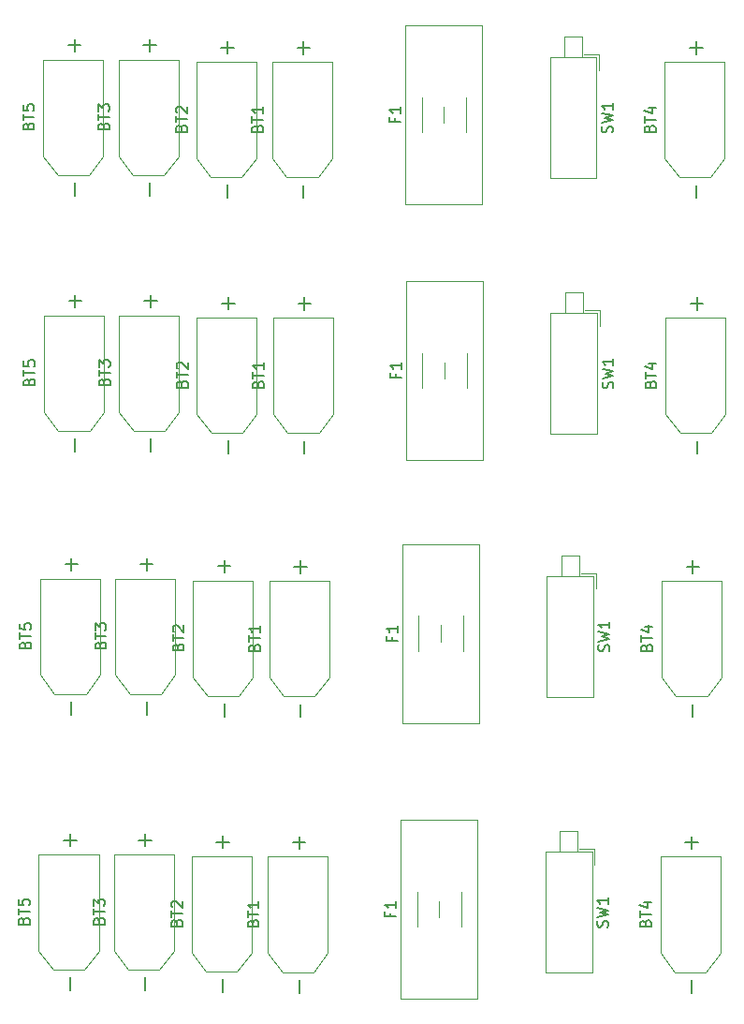
<source format=gbr>
%TF.GenerationSoftware,KiCad,Pcbnew,8.0.6*%
%TF.CreationDate,2024-11-20T17:21:21-05:00*%
%TF.ProjectId,RailsidePDB,5261696c-7369-4646-9550-44422e6b6963,rev?*%
%TF.SameCoordinates,Original*%
%TF.FileFunction,Legend,Top*%
%TF.FilePolarity,Positive*%
%FSLAX46Y46*%
G04 Gerber Fmt 4.6, Leading zero omitted, Abs format (unit mm)*
G04 Created by KiCad (PCBNEW 8.0.6) date 2024-11-20 17:21:21*
%MOMM*%
%LPD*%
G01*
G04 APERTURE LIST*
%ADD10C,0.150000*%
%ADD11C,0.120000*%
G04 APERTURE END LIST*
D10*
X117681009Y-146205714D02*
X117728628Y-146062857D01*
X117728628Y-146062857D02*
X117776247Y-146015238D01*
X117776247Y-146015238D02*
X117871485Y-145967619D01*
X117871485Y-145967619D02*
X118014342Y-145967619D01*
X118014342Y-145967619D02*
X118109580Y-146015238D01*
X118109580Y-146015238D02*
X118157200Y-146062857D01*
X118157200Y-146062857D02*
X118204819Y-146158095D01*
X118204819Y-146158095D02*
X118204819Y-146539047D01*
X118204819Y-146539047D02*
X117204819Y-146539047D01*
X117204819Y-146539047D02*
X117204819Y-146205714D01*
X117204819Y-146205714D02*
X117252438Y-146110476D01*
X117252438Y-146110476D02*
X117300057Y-146062857D01*
X117300057Y-146062857D02*
X117395295Y-146015238D01*
X117395295Y-146015238D02*
X117490533Y-146015238D01*
X117490533Y-146015238D02*
X117585771Y-146062857D01*
X117585771Y-146062857D02*
X117633390Y-146110476D01*
X117633390Y-146110476D02*
X117681009Y-146205714D01*
X117681009Y-146205714D02*
X117681009Y-146539047D01*
X117204819Y-145681904D02*
X117204819Y-145110476D01*
X118204819Y-145396190D02*
X117204819Y-145396190D01*
X117538152Y-144348571D02*
X118204819Y-144348571D01*
X117157200Y-144586666D02*
X117871485Y-144824761D01*
X117871485Y-144824761D02*
X117871485Y-144205714D01*
X121864700Y-139491428D02*
X121864700Y-138348571D01*
X122436128Y-138919999D02*
X121293271Y-138919999D01*
X121864700Y-152491428D02*
X121864700Y-151348571D01*
X75281009Y-146155714D02*
X75328628Y-146012857D01*
X75328628Y-146012857D02*
X75376247Y-145965238D01*
X75376247Y-145965238D02*
X75471485Y-145917619D01*
X75471485Y-145917619D02*
X75614342Y-145917619D01*
X75614342Y-145917619D02*
X75709580Y-145965238D01*
X75709580Y-145965238D02*
X75757200Y-146012857D01*
X75757200Y-146012857D02*
X75804819Y-146108095D01*
X75804819Y-146108095D02*
X75804819Y-146489047D01*
X75804819Y-146489047D02*
X74804819Y-146489047D01*
X74804819Y-146489047D02*
X74804819Y-146155714D01*
X74804819Y-146155714D02*
X74852438Y-146060476D01*
X74852438Y-146060476D02*
X74900057Y-146012857D01*
X74900057Y-146012857D02*
X74995295Y-145965238D01*
X74995295Y-145965238D02*
X75090533Y-145965238D01*
X75090533Y-145965238D02*
X75185771Y-146012857D01*
X75185771Y-146012857D02*
X75233390Y-146060476D01*
X75233390Y-146060476D02*
X75281009Y-146155714D01*
X75281009Y-146155714D02*
X75281009Y-146489047D01*
X74804819Y-145631904D02*
X74804819Y-145060476D01*
X75804819Y-145346190D02*
X74804819Y-145346190D01*
X74900057Y-144774761D02*
X74852438Y-144727142D01*
X74852438Y-144727142D02*
X74804819Y-144631904D01*
X74804819Y-144631904D02*
X74804819Y-144393809D01*
X74804819Y-144393809D02*
X74852438Y-144298571D01*
X74852438Y-144298571D02*
X74900057Y-144250952D01*
X74900057Y-144250952D02*
X74995295Y-144203333D01*
X74995295Y-144203333D02*
X75090533Y-144203333D01*
X75090533Y-144203333D02*
X75233390Y-144250952D01*
X75233390Y-144250952D02*
X75804819Y-144822380D01*
X75804819Y-144822380D02*
X75804819Y-144203333D01*
X79464700Y-139441428D02*
X79464700Y-138298571D01*
X80036128Y-138869999D02*
X78893271Y-138869999D01*
X79464700Y-152441428D02*
X79464700Y-151298571D01*
X94611009Y-145293333D02*
X94611009Y-145626666D01*
X95134819Y-145626666D02*
X94134819Y-145626666D01*
X94134819Y-145626666D02*
X94134819Y-145150476D01*
X95134819Y-144245714D02*
X95134819Y-144817142D01*
X95134819Y-144531428D02*
X94134819Y-144531428D01*
X94134819Y-144531428D02*
X94277676Y-144626666D01*
X94277676Y-144626666D02*
X94372914Y-144721904D01*
X94372914Y-144721904D02*
X94420533Y-144817142D01*
X82181009Y-146205714D02*
X82228628Y-146062857D01*
X82228628Y-146062857D02*
X82276247Y-146015238D01*
X82276247Y-146015238D02*
X82371485Y-145967619D01*
X82371485Y-145967619D02*
X82514342Y-145967619D01*
X82514342Y-145967619D02*
X82609580Y-146015238D01*
X82609580Y-146015238D02*
X82657200Y-146062857D01*
X82657200Y-146062857D02*
X82704819Y-146158095D01*
X82704819Y-146158095D02*
X82704819Y-146539047D01*
X82704819Y-146539047D02*
X81704819Y-146539047D01*
X81704819Y-146539047D02*
X81704819Y-146205714D01*
X81704819Y-146205714D02*
X81752438Y-146110476D01*
X81752438Y-146110476D02*
X81800057Y-146062857D01*
X81800057Y-146062857D02*
X81895295Y-146015238D01*
X81895295Y-146015238D02*
X81990533Y-146015238D01*
X81990533Y-146015238D02*
X82085771Y-146062857D01*
X82085771Y-146062857D02*
X82133390Y-146110476D01*
X82133390Y-146110476D02*
X82181009Y-146205714D01*
X82181009Y-146205714D02*
X82181009Y-146539047D01*
X81704819Y-145681904D02*
X81704819Y-145110476D01*
X82704819Y-145396190D02*
X81704819Y-145396190D01*
X82704819Y-144253333D02*
X82704819Y-144824761D01*
X82704819Y-144539047D02*
X81704819Y-144539047D01*
X81704819Y-144539047D02*
X81847676Y-144634285D01*
X81847676Y-144634285D02*
X81942914Y-144729523D01*
X81942914Y-144729523D02*
X81990533Y-144824761D01*
X86364700Y-152491428D02*
X86364700Y-151348571D01*
X86364700Y-139491428D02*
X86364700Y-138348571D01*
X86936128Y-138919999D02*
X85793271Y-138919999D01*
X61456009Y-145980714D02*
X61503628Y-145837857D01*
X61503628Y-145837857D02*
X61551247Y-145790238D01*
X61551247Y-145790238D02*
X61646485Y-145742619D01*
X61646485Y-145742619D02*
X61789342Y-145742619D01*
X61789342Y-145742619D02*
X61884580Y-145790238D01*
X61884580Y-145790238D02*
X61932200Y-145837857D01*
X61932200Y-145837857D02*
X61979819Y-145933095D01*
X61979819Y-145933095D02*
X61979819Y-146314047D01*
X61979819Y-146314047D02*
X60979819Y-146314047D01*
X60979819Y-146314047D02*
X60979819Y-145980714D01*
X60979819Y-145980714D02*
X61027438Y-145885476D01*
X61027438Y-145885476D02*
X61075057Y-145837857D01*
X61075057Y-145837857D02*
X61170295Y-145790238D01*
X61170295Y-145790238D02*
X61265533Y-145790238D01*
X61265533Y-145790238D02*
X61360771Y-145837857D01*
X61360771Y-145837857D02*
X61408390Y-145885476D01*
X61408390Y-145885476D02*
X61456009Y-145980714D01*
X61456009Y-145980714D02*
X61456009Y-146314047D01*
X60979819Y-145456904D02*
X60979819Y-144885476D01*
X61979819Y-145171190D02*
X60979819Y-145171190D01*
X60979819Y-144075952D02*
X60979819Y-144552142D01*
X60979819Y-144552142D02*
X61456009Y-144599761D01*
X61456009Y-144599761D02*
X61408390Y-144552142D01*
X61408390Y-144552142D02*
X61360771Y-144456904D01*
X61360771Y-144456904D02*
X61360771Y-144218809D01*
X61360771Y-144218809D02*
X61408390Y-144123571D01*
X61408390Y-144123571D02*
X61456009Y-144075952D01*
X61456009Y-144075952D02*
X61551247Y-144028333D01*
X61551247Y-144028333D02*
X61789342Y-144028333D01*
X61789342Y-144028333D02*
X61884580Y-144075952D01*
X61884580Y-144075952D02*
X61932200Y-144123571D01*
X61932200Y-144123571D02*
X61979819Y-144218809D01*
X61979819Y-144218809D02*
X61979819Y-144456904D01*
X61979819Y-144456904D02*
X61932200Y-144552142D01*
X61932200Y-144552142D02*
X61884580Y-144599761D01*
X65639700Y-139266428D02*
X65639700Y-138123571D01*
X66211128Y-138694999D02*
X65068271Y-138694999D01*
X65639700Y-152266428D02*
X65639700Y-151123571D01*
X68256009Y-145980714D02*
X68303628Y-145837857D01*
X68303628Y-145837857D02*
X68351247Y-145790238D01*
X68351247Y-145790238D02*
X68446485Y-145742619D01*
X68446485Y-145742619D02*
X68589342Y-145742619D01*
X68589342Y-145742619D02*
X68684580Y-145790238D01*
X68684580Y-145790238D02*
X68732200Y-145837857D01*
X68732200Y-145837857D02*
X68779819Y-145933095D01*
X68779819Y-145933095D02*
X68779819Y-146314047D01*
X68779819Y-146314047D02*
X67779819Y-146314047D01*
X67779819Y-146314047D02*
X67779819Y-145980714D01*
X67779819Y-145980714D02*
X67827438Y-145885476D01*
X67827438Y-145885476D02*
X67875057Y-145837857D01*
X67875057Y-145837857D02*
X67970295Y-145790238D01*
X67970295Y-145790238D02*
X68065533Y-145790238D01*
X68065533Y-145790238D02*
X68160771Y-145837857D01*
X68160771Y-145837857D02*
X68208390Y-145885476D01*
X68208390Y-145885476D02*
X68256009Y-145980714D01*
X68256009Y-145980714D02*
X68256009Y-146314047D01*
X67779819Y-145456904D02*
X67779819Y-144885476D01*
X68779819Y-145171190D02*
X67779819Y-145171190D01*
X67779819Y-144647380D02*
X67779819Y-144028333D01*
X67779819Y-144028333D02*
X68160771Y-144361666D01*
X68160771Y-144361666D02*
X68160771Y-144218809D01*
X68160771Y-144218809D02*
X68208390Y-144123571D01*
X68208390Y-144123571D02*
X68256009Y-144075952D01*
X68256009Y-144075952D02*
X68351247Y-144028333D01*
X68351247Y-144028333D02*
X68589342Y-144028333D01*
X68589342Y-144028333D02*
X68684580Y-144075952D01*
X68684580Y-144075952D02*
X68732200Y-144123571D01*
X68732200Y-144123571D02*
X68779819Y-144218809D01*
X68779819Y-144218809D02*
X68779819Y-144504523D01*
X68779819Y-144504523D02*
X68732200Y-144599761D01*
X68732200Y-144599761D02*
X68684580Y-144647380D01*
X72439700Y-152266428D02*
X72439700Y-151123571D01*
X72439700Y-139266428D02*
X72439700Y-138123571D01*
X73011128Y-138694999D02*
X71868271Y-138694999D01*
X114267200Y-146563332D02*
X114314819Y-146420475D01*
X114314819Y-146420475D02*
X114314819Y-146182380D01*
X114314819Y-146182380D02*
X114267200Y-146087142D01*
X114267200Y-146087142D02*
X114219580Y-146039523D01*
X114219580Y-146039523D02*
X114124342Y-145991904D01*
X114124342Y-145991904D02*
X114029104Y-145991904D01*
X114029104Y-145991904D02*
X113933866Y-146039523D01*
X113933866Y-146039523D02*
X113886247Y-146087142D01*
X113886247Y-146087142D02*
X113838628Y-146182380D01*
X113838628Y-146182380D02*
X113791009Y-146372856D01*
X113791009Y-146372856D02*
X113743390Y-146468094D01*
X113743390Y-146468094D02*
X113695771Y-146515713D01*
X113695771Y-146515713D02*
X113600533Y-146563332D01*
X113600533Y-146563332D02*
X113505295Y-146563332D01*
X113505295Y-146563332D02*
X113410057Y-146515713D01*
X113410057Y-146515713D02*
X113362438Y-146468094D01*
X113362438Y-146468094D02*
X113314819Y-146372856D01*
X113314819Y-146372856D02*
X113314819Y-146134761D01*
X113314819Y-146134761D02*
X113362438Y-145991904D01*
X113314819Y-145658570D02*
X114314819Y-145420475D01*
X114314819Y-145420475D02*
X113600533Y-145229999D01*
X113600533Y-145229999D02*
X114314819Y-145039523D01*
X114314819Y-145039523D02*
X113314819Y-144801428D01*
X114314819Y-143896666D02*
X114314819Y-144468094D01*
X114314819Y-144182380D02*
X113314819Y-144182380D01*
X113314819Y-144182380D02*
X113457676Y-144277618D01*
X113457676Y-144277618D02*
X113552914Y-144372856D01*
X113552914Y-144372856D02*
X113600533Y-144468094D01*
X117806009Y-121285714D02*
X117853628Y-121142857D01*
X117853628Y-121142857D02*
X117901247Y-121095238D01*
X117901247Y-121095238D02*
X117996485Y-121047619D01*
X117996485Y-121047619D02*
X118139342Y-121047619D01*
X118139342Y-121047619D02*
X118234580Y-121095238D01*
X118234580Y-121095238D02*
X118282200Y-121142857D01*
X118282200Y-121142857D02*
X118329819Y-121238095D01*
X118329819Y-121238095D02*
X118329819Y-121619047D01*
X118329819Y-121619047D02*
X117329819Y-121619047D01*
X117329819Y-121619047D02*
X117329819Y-121285714D01*
X117329819Y-121285714D02*
X117377438Y-121190476D01*
X117377438Y-121190476D02*
X117425057Y-121142857D01*
X117425057Y-121142857D02*
X117520295Y-121095238D01*
X117520295Y-121095238D02*
X117615533Y-121095238D01*
X117615533Y-121095238D02*
X117710771Y-121142857D01*
X117710771Y-121142857D02*
X117758390Y-121190476D01*
X117758390Y-121190476D02*
X117806009Y-121285714D01*
X117806009Y-121285714D02*
X117806009Y-121619047D01*
X117329819Y-120761904D02*
X117329819Y-120190476D01*
X118329819Y-120476190D02*
X117329819Y-120476190D01*
X117663152Y-119428571D02*
X118329819Y-119428571D01*
X117282200Y-119666666D02*
X117996485Y-119904761D01*
X117996485Y-119904761D02*
X117996485Y-119285714D01*
X121989700Y-114571428D02*
X121989700Y-113428571D01*
X122561128Y-113999999D02*
X121418271Y-113999999D01*
X121989700Y-127571428D02*
X121989700Y-126428571D01*
X75406009Y-121235714D02*
X75453628Y-121092857D01*
X75453628Y-121092857D02*
X75501247Y-121045238D01*
X75501247Y-121045238D02*
X75596485Y-120997619D01*
X75596485Y-120997619D02*
X75739342Y-120997619D01*
X75739342Y-120997619D02*
X75834580Y-121045238D01*
X75834580Y-121045238D02*
X75882200Y-121092857D01*
X75882200Y-121092857D02*
X75929819Y-121188095D01*
X75929819Y-121188095D02*
X75929819Y-121569047D01*
X75929819Y-121569047D02*
X74929819Y-121569047D01*
X74929819Y-121569047D02*
X74929819Y-121235714D01*
X74929819Y-121235714D02*
X74977438Y-121140476D01*
X74977438Y-121140476D02*
X75025057Y-121092857D01*
X75025057Y-121092857D02*
X75120295Y-121045238D01*
X75120295Y-121045238D02*
X75215533Y-121045238D01*
X75215533Y-121045238D02*
X75310771Y-121092857D01*
X75310771Y-121092857D02*
X75358390Y-121140476D01*
X75358390Y-121140476D02*
X75406009Y-121235714D01*
X75406009Y-121235714D02*
X75406009Y-121569047D01*
X74929819Y-120711904D02*
X74929819Y-120140476D01*
X75929819Y-120426190D02*
X74929819Y-120426190D01*
X75025057Y-119854761D02*
X74977438Y-119807142D01*
X74977438Y-119807142D02*
X74929819Y-119711904D01*
X74929819Y-119711904D02*
X74929819Y-119473809D01*
X74929819Y-119473809D02*
X74977438Y-119378571D01*
X74977438Y-119378571D02*
X75025057Y-119330952D01*
X75025057Y-119330952D02*
X75120295Y-119283333D01*
X75120295Y-119283333D02*
X75215533Y-119283333D01*
X75215533Y-119283333D02*
X75358390Y-119330952D01*
X75358390Y-119330952D02*
X75929819Y-119902380D01*
X75929819Y-119902380D02*
X75929819Y-119283333D01*
X79589700Y-114521428D02*
X79589700Y-113378571D01*
X80161128Y-113949999D02*
X79018271Y-113949999D01*
X79589700Y-127521428D02*
X79589700Y-126378571D01*
X94736009Y-120373333D02*
X94736009Y-120706666D01*
X95259819Y-120706666D02*
X94259819Y-120706666D01*
X94259819Y-120706666D02*
X94259819Y-120230476D01*
X95259819Y-119325714D02*
X95259819Y-119897142D01*
X95259819Y-119611428D02*
X94259819Y-119611428D01*
X94259819Y-119611428D02*
X94402676Y-119706666D01*
X94402676Y-119706666D02*
X94497914Y-119801904D01*
X94497914Y-119801904D02*
X94545533Y-119897142D01*
X82306009Y-121285714D02*
X82353628Y-121142857D01*
X82353628Y-121142857D02*
X82401247Y-121095238D01*
X82401247Y-121095238D02*
X82496485Y-121047619D01*
X82496485Y-121047619D02*
X82639342Y-121047619D01*
X82639342Y-121047619D02*
X82734580Y-121095238D01*
X82734580Y-121095238D02*
X82782200Y-121142857D01*
X82782200Y-121142857D02*
X82829819Y-121238095D01*
X82829819Y-121238095D02*
X82829819Y-121619047D01*
X82829819Y-121619047D02*
X81829819Y-121619047D01*
X81829819Y-121619047D02*
X81829819Y-121285714D01*
X81829819Y-121285714D02*
X81877438Y-121190476D01*
X81877438Y-121190476D02*
X81925057Y-121142857D01*
X81925057Y-121142857D02*
X82020295Y-121095238D01*
X82020295Y-121095238D02*
X82115533Y-121095238D01*
X82115533Y-121095238D02*
X82210771Y-121142857D01*
X82210771Y-121142857D02*
X82258390Y-121190476D01*
X82258390Y-121190476D02*
X82306009Y-121285714D01*
X82306009Y-121285714D02*
X82306009Y-121619047D01*
X81829819Y-120761904D02*
X81829819Y-120190476D01*
X82829819Y-120476190D02*
X81829819Y-120476190D01*
X82829819Y-119333333D02*
X82829819Y-119904761D01*
X82829819Y-119619047D02*
X81829819Y-119619047D01*
X81829819Y-119619047D02*
X81972676Y-119714285D01*
X81972676Y-119714285D02*
X82067914Y-119809523D01*
X82067914Y-119809523D02*
X82115533Y-119904761D01*
X86489700Y-127571428D02*
X86489700Y-126428571D01*
X86489700Y-114571428D02*
X86489700Y-113428571D01*
X87061128Y-113999999D02*
X85918271Y-113999999D01*
X61581009Y-121060714D02*
X61628628Y-120917857D01*
X61628628Y-120917857D02*
X61676247Y-120870238D01*
X61676247Y-120870238D02*
X61771485Y-120822619D01*
X61771485Y-120822619D02*
X61914342Y-120822619D01*
X61914342Y-120822619D02*
X62009580Y-120870238D01*
X62009580Y-120870238D02*
X62057200Y-120917857D01*
X62057200Y-120917857D02*
X62104819Y-121013095D01*
X62104819Y-121013095D02*
X62104819Y-121394047D01*
X62104819Y-121394047D02*
X61104819Y-121394047D01*
X61104819Y-121394047D02*
X61104819Y-121060714D01*
X61104819Y-121060714D02*
X61152438Y-120965476D01*
X61152438Y-120965476D02*
X61200057Y-120917857D01*
X61200057Y-120917857D02*
X61295295Y-120870238D01*
X61295295Y-120870238D02*
X61390533Y-120870238D01*
X61390533Y-120870238D02*
X61485771Y-120917857D01*
X61485771Y-120917857D02*
X61533390Y-120965476D01*
X61533390Y-120965476D02*
X61581009Y-121060714D01*
X61581009Y-121060714D02*
X61581009Y-121394047D01*
X61104819Y-120536904D02*
X61104819Y-119965476D01*
X62104819Y-120251190D02*
X61104819Y-120251190D01*
X61104819Y-119155952D02*
X61104819Y-119632142D01*
X61104819Y-119632142D02*
X61581009Y-119679761D01*
X61581009Y-119679761D02*
X61533390Y-119632142D01*
X61533390Y-119632142D02*
X61485771Y-119536904D01*
X61485771Y-119536904D02*
X61485771Y-119298809D01*
X61485771Y-119298809D02*
X61533390Y-119203571D01*
X61533390Y-119203571D02*
X61581009Y-119155952D01*
X61581009Y-119155952D02*
X61676247Y-119108333D01*
X61676247Y-119108333D02*
X61914342Y-119108333D01*
X61914342Y-119108333D02*
X62009580Y-119155952D01*
X62009580Y-119155952D02*
X62057200Y-119203571D01*
X62057200Y-119203571D02*
X62104819Y-119298809D01*
X62104819Y-119298809D02*
X62104819Y-119536904D01*
X62104819Y-119536904D02*
X62057200Y-119632142D01*
X62057200Y-119632142D02*
X62009580Y-119679761D01*
X65764700Y-114346428D02*
X65764700Y-113203571D01*
X66336128Y-113774999D02*
X65193271Y-113774999D01*
X65764700Y-127346428D02*
X65764700Y-126203571D01*
X68381009Y-121060714D02*
X68428628Y-120917857D01*
X68428628Y-120917857D02*
X68476247Y-120870238D01*
X68476247Y-120870238D02*
X68571485Y-120822619D01*
X68571485Y-120822619D02*
X68714342Y-120822619D01*
X68714342Y-120822619D02*
X68809580Y-120870238D01*
X68809580Y-120870238D02*
X68857200Y-120917857D01*
X68857200Y-120917857D02*
X68904819Y-121013095D01*
X68904819Y-121013095D02*
X68904819Y-121394047D01*
X68904819Y-121394047D02*
X67904819Y-121394047D01*
X67904819Y-121394047D02*
X67904819Y-121060714D01*
X67904819Y-121060714D02*
X67952438Y-120965476D01*
X67952438Y-120965476D02*
X68000057Y-120917857D01*
X68000057Y-120917857D02*
X68095295Y-120870238D01*
X68095295Y-120870238D02*
X68190533Y-120870238D01*
X68190533Y-120870238D02*
X68285771Y-120917857D01*
X68285771Y-120917857D02*
X68333390Y-120965476D01*
X68333390Y-120965476D02*
X68381009Y-121060714D01*
X68381009Y-121060714D02*
X68381009Y-121394047D01*
X67904819Y-120536904D02*
X67904819Y-119965476D01*
X68904819Y-120251190D02*
X67904819Y-120251190D01*
X67904819Y-119727380D02*
X67904819Y-119108333D01*
X67904819Y-119108333D02*
X68285771Y-119441666D01*
X68285771Y-119441666D02*
X68285771Y-119298809D01*
X68285771Y-119298809D02*
X68333390Y-119203571D01*
X68333390Y-119203571D02*
X68381009Y-119155952D01*
X68381009Y-119155952D02*
X68476247Y-119108333D01*
X68476247Y-119108333D02*
X68714342Y-119108333D01*
X68714342Y-119108333D02*
X68809580Y-119155952D01*
X68809580Y-119155952D02*
X68857200Y-119203571D01*
X68857200Y-119203571D02*
X68904819Y-119298809D01*
X68904819Y-119298809D02*
X68904819Y-119584523D01*
X68904819Y-119584523D02*
X68857200Y-119679761D01*
X68857200Y-119679761D02*
X68809580Y-119727380D01*
X72564700Y-127346428D02*
X72564700Y-126203571D01*
X72564700Y-114346428D02*
X72564700Y-113203571D01*
X73136128Y-113774999D02*
X71993271Y-113774999D01*
X114392200Y-121643332D02*
X114439819Y-121500475D01*
X114439819Y-121500475D02*
X114439819Y-121262380D01*
X114439819Y-121262380D02*
X114392200Y-121167142D01*
X114392200Y-121167142D02*
X114344580Y-121119523D01*
X114344580Y-121119523D02*
X114249342Y-121071904D01*
X114249342Y-121071904D02*
X114154104Y-121071904D01*
X114154104Y-121071904D02*
X114058866Y-121119523D01*
X114058866Y-121119523D02*
X114011247Y-121167142D01*
X114011247Y-121167142D02*
X113963628Y-121262380D01*
X113963628Y-121262380D02*
X113916009Y-121452856D01*
X113916009Y-121452856D02*
X113868390Y-121548094D01*
X113868390Y-121548094D02*
X113820771Y-121595713D01*
X113820771Y-121595713D02*
X113725533Y-121643332D01*
X113725533Y-121643332D02*
X113630295Y-121643332D01*
X113630295Y-121643332D02*
X113535057Y-121595713D01*
X113535057Y-121595713D02*
X113487438Y-121548094D01*
X113487438Y-121548094D02*
X113439819Y-121452856D01*
X113439819Y-121452856D02*
X113439819Y-121214761D01*
X113439819Y-121214761D02*
X113487438Y-121071904D01*
X113439819Y-120738570D02*
X114439819Y-120500475D01*
X114439819Y-120500475D02*
X113725533Y-120309999D01*
X113725533Y-120309999D02*
X114439819Y-120119523D01*
X114439819Y-120119523D02*
X113439819Y-119881428D01*
X114439819Y-118976666D02*
X114439819Y-119548094D01*
X114439819Y-119262380D02*
X113439819Y-119262380D01*
X113439819Y-119262380D02*
X113582676Y-119357618D01*
X113582676Y-119357618D02*
X113677914Y-119452856D01*
X113677914Y-119452856D02*
X113725533Y-119548094D01*
X118156009Y-97510714D02*
X118203628Y-97367857D01*
X118203628Y-97367857D02*
X118251247Y-97320238D01*
X118251247Y-97320238D02*
X118346485Y-97272619D01*
X118346485Y-97272619D02*
X118489342Y-97272619D01*
X118489342Y-97272619D02*
X118584580Y-97320238D01*
X118584580Y-97320238D02*
X118632200Y-97367857D01*
X118632200Y-97367857D02*
X118679819Y-97463095D01*
X118679819Y-97463095D02*
X118679819Y-97844047D01*
X118679819Y-97844047D02*
X117679819Y-97844047D01*
X117679819Y-97844047D02*
X117679819Y-97510714D01*
X117679819Y-97510714D02*
X117727438Y-97415476D01*
X117727438Y-97415476D02*
X117775057Y-97367857D01*
X117775057Y-97367857D02*
X117870295Y-97320238D01*
X117870295Y-97320238D02*
X117965533Y-97320238D01*
X117965533Y-97320238D02*
X118060771Y-97367857D01*
X118060771Y-97367857D02*
X118108390Y-97415476D01*
X118108390Y-97415476D02*
X118156009Y-97510714D01*
X118156009Y-97510714D02*
X118156009Y-97844047D01*
X117679819Y-96986904D02*
X117679819Y-96415476D01*
X118679819Y-96701190D02*
X117679819Y-96701190D01*
X118013152Y-95653571D02*
X118679819Y-95653571D01*
X117632200Y-95891666D02*
X118346485Y-96129761D01*
X118346485Y-96129761D02*
X118346485Y-95510714D01*
X122339700Y-90796428D02*
X122339700Y-89653571D01*
X122911128Y-90224999D02*
X121768271Y-90224999D01*
X122339700Y-103796428D02*
X122339700Y-102653571D01*
X75756009Y-97460714D02*
X75803628Y-97317857D01*
X75803628Y-97317857D02*
X75851247Y-97270238D01*
X75851247Y-97270238D02*
X75946485Y-97222619D01*
X75946485Y-97222619D02*
X76089342Y-97222619D01*
X76089342Y-97222619D02*
X76184580Y-97270238D01*
X76184580Y-97270238D02*
X76232200Y-97317857D01*
X76232200Y-97317857D02*
X76279819Y-97413095D01*
X76279819Y-97413095D02*
X76279819Y-97794047D01*
X76279819Y-97794047D02*
X75279819Y-97794047D01*
X75279819Y-97794047D02*
X75279819Y-97460714D01*
X75279819Y-97460714D02*
X75327438Y-97365476D01*
X75327438Y-97365476D02*
X75375057Y-97317857D01*
X75375057Y-97317857D02*
X75470295Y-97270238D01*
X75470295Y-97270238D02*
X75565533Y-97270238D01*
X75565533Y-97270238D02*
X75660771Y-97317857D01*
X75660771Y-97317857D02*
X75708390Y-97365476D01*
X75708390Y-97365476D02*
X75756009Y-97460714D01*
X75756009Y-97460714D02*
X75756009Y-97794047D01*
X75279819Y-96936904D02*
X75279819Y-96365476D01*
X76279819Y-96651190D02*
X75279819Y-96651190D01*
X75375057Y-96079761D02*
X75327438Y-96032142D01*
X75327438Y-96032142D02*
X75279819Y-95936904D01*
X75279819Y-95936904D02*
X75279819Y-95698809D01*
X75279819Y-95698809D02*
X75327438Y-95603571D01*
X75327438Y-95603571D02*
X75375057Y-95555952D01*
X75375057Y-95555952D02*
X75470295Y-95508333D01*
X75470295Y-95508333D02*
X75565533Y-95508333D01*
X75565533Y-95508333D02*
X75708390Y-95555952D01*
X75708390Y-95555952D02*
X76279819Y-96127380D01*
X76279819Y-96127380D02*
X76279819Y-95508333D01*
X79939700Y-90746428D02*
X79939700Y-89603571D01*
X80511128Y-90174999D02*
X79368271Y-90174999D01*
X79939700Y-103746428D02*
X79939700Y-102603571D01*
X95086009Y-96598333D02*
X95086009Y-96931666D01*
X95609819Y-96931666D02*
X94609819Y-96931666D01*
X94609819Y-96931666D02*
X94609819Y-96455476D01*
X95609819Y-95550714D02*
X95609819Y-96122142D01*
X95609819Y-95836428D02*
X94609819Y-95836428D01*
X94609819Y-95836428D02*
X94752676Y-95931666D01*
X94752676Y-95931666D02*
X94847914Y-96026904D01*
X94847914Y-96026904D02*
X94895533Y-96122142D01*
X82656009Y-97510714D02*
X82703628Y-97367857D01*
X82703628Y-97367857D02*
X82751247Y-97320238D01*
X82751247Y-97320238D02*
X82846485Y-97272619D01*
X82846485Y-97272619D02*
X82989342Y-97272619D01*
X82989342Y-97272619D02*
X83084580Y-97320238D01*
X83084580Y-97320238D02*
X83132200Y-97367857D01*
X83132200Y-97367857D02*
X83179819Y-97463095D01*
X83179819Y-97463095D02*
X83179819Y-97844047D01*
X83179819Y-97844047D02*
X82179819Y-97844047D01*
X82179819Y-97844047D02*
X82179819Y-97510714D01*
X82179819Y-97510714D02*
X82227438Y-97415476D01*
X82227438Y-97415476D02*
X82275057Y-97367857D01*
X82275057Y-97367857D02*
X82370295Y-97320238D01*
X82370295Y-97320238D02*
X82465533Y-97320238D01*
X82465533Y-97320238D02*
X82560771Y-97367857D01*
X82560771Y-97367857D02*
X82608390Y-97415476D01*
X82608390Y-97415476D02*
X82656009Y-97510714D01*
X82656009Y-97510714D02*
X82656009Y-97844047D01*
X82179819Y-96986904D02*
X82179819Y-96415476D01*
X83179819Y-96701190D02*
X82179819Y-96701190D01*
X83179819Y-95558333D02*
X83179819Y-96129761D01*
X83179819Y-95844047D02*
X82179819Y-95844047D01*
X82179819Y-95844047D02*
X82322676Y-95939285D01*
X82322676Y-95939285D02*
X82417914Y-96034523D01*
X82417914Y-96034523D02*
X82465533Y-96129761D01*
X86839700Y-103796428D02*
X86839700Y-102653571D01*
X86839700Y-90796428D02*
X86839700Y-89653571D01*
X87411128Y-90224999D02*
X86268271Y-90224999D01*
X61931009Y-97285714D02*
X61978628Y-97142857D01*
X61978628Y-97142857D02*
X62026247Y-97095238D01*
X62026247Y-97095238D02*
X62121485Y-97047619D01*
X62121485Y-97047619D02*
X62264342Y-97047619D01*
X62264342Y-97047619D02*
X62359580Y-97095238D01*
X62359580Y-97095238D02*
X62407200Y-97142857D01*
X62407200Y-97142857D02*
X62454819Y-97238095D01*
X62454819Y-97238095D02*
X62454819Y-97619047D01*
X62454819Y-97619047D02*
X61454819Y-97619047D01*
X61454819Y-97619047D02*
X61454819Y-97285714D01*
X61454819Y-97285714D02*
X61502438Y-97190476D01*
X61502438Y-97190476D02*
X61550057Y-97142857D01*
X61550057Y-97142857D02*
X61645295Y-97095238D01*
X61645295Y-97095238D02*
X61740533Y-97095238D01*
X61740533Y-97095238D02*
X61835771Y-97142857D01*
X61835771Y-97142857D02*
X61883390Y-97190476D01*
X61883390Y-97190476D02*
X61931009Y-97285714D01*
X61931009Y-97285714D02*
X61931009Y-97619047D01*
X61454819Y-96761904D02*
X61454819Y-96190476D01*
X62454819Y-96476190D02*
X61454819Y-96476190D01*
X61454819Y-95380952D02*
X61454819Y-95857142D01*
X61454819Y-95857142D02*
X61931009Y-95904761D01*
X61931009Y-95904761D02*
X61883390Y-95857142D01*
X61883390Y-95857142D02*
X61835771Y-95761904D01*
X61835771Y-95761904D02*
X61835771Y-95523809D01*
X61835771Y-95523809D02*
X61883390Y-95428571D01*
X61883390Y-95428571D02*
X61931009Y-95380952D01*
X61931009Y-95380952D02*
X62026247Y-95333333D01*
X62026247Y-95333333D02*
X62264342Y-95333333D01*
X62264342Y-95333333D02*
X62359580Y-95380952D01*
X62359580Y-95380952D02*
X62407200Y-95428571D01*
X62407200Y-95428571D02*
X62454819Y-95523809D01*
X62454819Y-95523809D02*
X62454819Y-95761904D01*
X62454819Y-95761904D02*
X62407200Y-95857142D01*
X62407200Y-95857142D02*
X62359580Y-95904761D01*
X66114700Y-90571428D02*
X66114700Y-89428571D01*
X66686128Y-89999999D02*
X65543271Y-89999999D01*
X66114700Y-103571428D02*
X66114700Y-102428571D01*
X68731009Y-97285714D02*
X68778628Y-97142857D01*
X68778628Y-97142857D02*
X68826247Y-97095238D01*
X68826247Y-97095238D02*
X68921485Y-97047619D01*
X68921485Y-97047619D02*
X69064342Y-97047619D01*
X69064342Y-97047619D02*
X69159580Y-97095238D01*
X69159580Y-97095238D02*
X69207200Y-97142857D01*
X69207200Y-97142857D02*
X69254819Y-97238095D01*
X69254819Y-97238095D02*
X69254819Y-97619047D01*
X69254819Y-97619047D02*
X68254819Y-97619047D01*
X68254819Y-97619047D02*
X68254819Y-97285714D01*
X68254819Y-97285714D02*
X68302438Y-97190476D01*
X68302438Y-97190476D02*
X68350057Y-97142857D01*
X68350057Y-97142857D02*
X68445295Y-97095238D01*
X68445295Y-97095238D02*
X68540533Y-97095238D01*
X68540533Y-97095238D02*
X68635771Y-97142857D01*
X68635771Y-97142857D02*
X68683390Y-97190476D01*
X68683390Y-97190476D02*
X68731009Y-97285714D01*
X68731009Y-97285714D02*
X68731009Y-97619047D01*
X68254819Y-96761904D02*
X68254819Y-96190476D01*
X69254819Y-96476190D02*
X68254819Y-96476190D01*
X68254819Y-95952380D02*
X68254819Y-95333333D01*
X68254819Y-95333333D02*
X68635771Y-95666666D01*
X68635771Y-95666666D02*
X68635771Y-95523809D01*
X68635771Y-95523809D02*
X68683390Y-95428571D01*
X68683390Y-95428571D02*
X68731009Y-95380952D01*
X68731009Y-95380952D02*
X68826247Y-95333333D01*
X68826247Y-95333333D02*
X69064342Y-95333333D01*
X69064342Y-95333333D02*
X69159580Y-95380952D01*
X69159580Y-95380952D02*
X69207200Y-95428571D01*
X69207200Y-95428571D02*
X69254819Y-95523809D01*
X69254819Y-95523809D02*
X69254819Y-95809523D01*
X69254819Y-95809523D02*
X69207200Y-95904761D01*
X69207200Y-95904761D02*
X69159580Y-95952380D01*
X72914700Y-103571428D02*
X72914700Y-102428571D01*
X72914700Y-90571428D02*
X72914700Y-89428571D01*
X73486128Y-89999999D02*
X72343271Y-89999999D01*
X114742200Y-97868332D02*
X114789819Y-97725475D01*
X114789819Y-97725475D02*
X114789819Y-97487380D01*
X114789819Y-97487380D02*
X114742200Y-97392142D01*
X114742200Y-97392142D02*
X114694580Y-97344523D01*
X114694580Y-97344523D02*
X114599342Y-97296904D01*
X114599342Y-97296904D02*
X114504104Y-97296904D01*
X114504104Y-97296904D02*
X114408866Y-97344523D01*
X114408866Y-97344523D02*
X114361247Y-97392142D01*
X114361247Y-97392142D02*
X114313628Y-97487380D01*
X114313628Y-97487380D02*
X114266009Y-97677856D01*
X114266009Y-97677856D02*
X114218390Y-97773094D01*
X114218390Y-97773094D02*
X114170771Y-97820713D01*
X114170771Y-97820713D02*
X114075533Y-97868332D01*
X114075533Y-97868332D02*
X113980295Y-97868332D01*
X113980295Y-97868332D02*
X113885057Y-97820713D01*
X113885057Y-97820713D02*
X113837438Y-97773094D01*
X113837438Y-97773094D02*
X113789819Y-97677856D01*
X113789819Y-97677856D02*
X113789819Y-97439761D01*
X113789819Y-97439761D02*
X113837438Y-97296904D01*
X113789819Y-96963570D02*
X114789819Y-96725475D01*
X114789819Y-96725475D02*
X114075533Y-96534999D01*
X114075533Y-96534999D02*
X114789819Y-96344523D01*
X114789819Y-96344523D02*
X113789819Y-96106428D01*
X114789819Y-95201666D02*
X114789819Y-95773094D01*
X114789819Y-95487380D02*
X113789819Y-95487380D01*
X113789819Y-95487380D02*
X113932676Y-95582618D01*
X113932676Y-95582618D02*
X114027914Y-95677856D01*
X114027914Y-95677856D02*
X114075533Y-95773094D01*
X114677200Y-74753332D02*
X114724819Y-74610475D01*
X114724819Y-74610475D02*
X114724819Y-74372380D01*
X114724819Y-74372380D02*
X114677200Y-74277142D01*
X114677200Y-74277142D02*
X114629580Y-74229523D01*
X114629580Y-74229523D02*
X114534342Y-74181904D01*
X114534342Y-74181904D02*
X114439104Y-74181904D01*
X114439104Y-74181904D02*
X114343866Y-74229523D01*
X114343866Y-74229523D02*
X114296247Y-74277142D01*
X114296247Y-74277142D02*
X114248628Y-74372380D01*
X114248628Y-74372380D02*
X114201009Y-74562856D01*
X114201009Y-74562856D02*
X114153390Y-74658094D01*
X114153390Y-74658094D02*
X114105771Y-74705713D01*
X114105771Y-74705713D02*
X114010533Y-74753332D01*
X114010533Y-74753332D02*
X113915295Y-74753332D01*
X113915295Y-74753332D02*
X113820057Y-74705713D01*
X113820057Y-74705713D02*
X113772438Y-74658094D01*
X113772438Y-74658094D02*
X113724819Y-74562856D01*
X113724819Y-74562856D02*
X113724819Y-74324761D01*
X113724819Y-74324761D02*
X113772438Y-74181904D01*
X113724819Y-73848570D02*
X114724819Y-73610475D01*
X114724819Y-73610475D02*
X114010533Y-73419999D01*
X114010533Y-73419999D02*
X114724819Y-73229523D01*
X114724819Y-73229523D02*
X113724819Y-72991428D01*
X114724819Y-72086666D02*
X114724819Y-72658094D01*
X114724819Y-72372380D02*
X113724819Y-72372380D01*
X113724819Y-72372380D02*
X113867676Y-72467618D01*
X113867676Y-72467618D02*
X113962914Y-72562856D01*
X113962914Y-72562856D02*
X114010533Y-72658094D01*
X95021009Y-73483333D02*
X95021009Y-73816666D01*
X95544819Y-73816666D02*
X94544819Y-73816666D01*
X94544819Y-73816666D02*
X94544819Y-73340476D01*
X95544819Y-72435714D02*
X95544819Y-73007142D01*
X95544819Y-72721428D02*
X94544819Y-72721428D01*
X94544819Y-72721428D02*
X94687676Y-72816666D01*
X94687676Y-72816666D02*
X94782914Y-72911904D01*
X94782914Y-72911904D02*
X94830533Y-73007142D01*
X61866009Y-74170714D02*
X61913628Y-74027857D01*
X61913628Y-74027857D02*
X61961247Y-73980238D01*
X61961247Y-73980238D02*
X62056485Y-73932619D01*
X62056485Y-73932619D02*
X62199342Y-73932619D01*
X62199342Y-73932619D02*
X62294580Y-73980238D01*
X62294580Y-73980238D02*
X62342200Y-74027857D01*
X62342200Y-74027857D02*
X62389819Y-74123095D01*
X62389819Y-74123095D02*
X62389819Y-74504047D01*
X62389819Y-74504047D02*
X61389819Y-74504047D01*
X61389819Y-74504047D02*
X61389819Y-74170714D01*
X61389819Y-74170714D02*
X61437438Y-74075476D01*
X61437438Y-74075476D02*
X61485057Y-74027857D01*
X61485057Y-74027857D02*
X61580295Y-73980238D01*
X61580295Y-73980238D02*
X61675533Y-73980238D01*
X61675533Y-73980238D02*
X61770771Y-74027857D01*
X61770771Y-74027857D02*
X61818390Y-74075476D01*
X61818390Y-74075476D02*
X61866009Y-74170714D01*
X61866009Y-74170714D02*
X61866009Y-74504047D01*
X61389819Y-73646904D02*
X61389819Y-73075476D01*
X62389819Y-73361190D02*
X61389819Y-73361190D01*
X61389819Y-72265952D02*
X61389819Y-72742142D01*
X61389819Y-72742142D02*
X61866009Y-72789761D01*
X61866009Y-72789761D02*
X61818390Y-72742142D01*
X61818390Y-72742142D02*
X61770771Y-72646904D01*
X61770771Y-72646904D02*
X61770771Y-72408809D01*
X61770771Y-72408809D02*
X61818390Y-72313571D01*
X61818390Y-72313571D02*
X61866009Y-72265952D01*
X61866009Y-72265952D02*
X61961247Y-72218333D01*
X61961247Y-72218333D02*
X62199342Y-72218333D01*
X62199342Y-72218333D02*
X62294580Y-72265952D01*
X62294580Y-72265952D02*
X62342200Y-72313571D01*
X62342200Y-72313571D02*
X62389819Y-72408809D01*
X62389819Y-72408809D02*
X62389819Y-72646904D01*
X62389819Y-72646904D02*
X62342200Y-72742142D01*
X62342200Y-72742142D02*
X62294580Y-72789761D01*
X66049700Y-67456428D02*
X66049700Y-66313571D01*
X66621128Y-66884999D02*
X65478271Y-66884999D01*
X66049700Y-80456428D02*
X66049700Y-79313571D01*
X118091009Y-74395714D02*
X118138628Y-74252857D01*
X118138628Y-74252857D02*
X118186247Y-74205238D01*
X118186247Y-74205238D02*
X118281485Y-74157619D01*
X118281485Y-74157619D02*
X118424342Y-74157619D01*
X118424342Y-74157619D02*
X118519580Y-74205238D01*
X118519580Y-74205238D02*
X118567200Y-74252857D01*
X118567200Y-74252857D02*
X118614819Y-74348095D01*
X118614819Y-74348095D02*
X118614819Y-74729047D01*
X118614819Y-74729047D02*
X117614819Y-74729047D01*
X117614819Y-74729047D02*
X117614819Y-74395714D01*
X117614819Y-74395714D02*
X117662438Y-74300476D01*
X117662438Y-74300476D02*
X117710057Y-74252857D01*
X117710057Y-74252857D02*
X117805295Y-74205238D01*
X117805295Y-74205238D02*
X117900533Y-74205238D01*
X117900533Y-74205238D02*
X117995771Y-74252857D01*
X117995771Y-74252857D02*
X118043390Y-74300476D01*
X118043390Y-74300476D02*
X118091009Y-74395714D01*
X118091009Y-74395714D02*
X118091009Y-74729047D01*
X117614819Y-73871904D02*
X117614819Y-73300476D01*
X118614819Y-73586190D02*
X117614819Y-73586190D01*
X117948152Y-72538571D02*
X118614819Y-72538571D01*
X117567200Y-72776666D02*
X118281485Y-73014761D01*
X118281485Y-73014761D02*
X118281485Y-72395714D01*
X122274700Y-67681428D02*
X122274700Y-66538571D01*
X122846128Y-67109999D02*
X121703271Y-67109999D01*
X122274700Y-80681428D02*
X122274700Y-79538571D01*
X68666009Y-74170714D02*
X68713628Y-74027857D01*
X68713628Y-74027857D02*
X68761247Y-73980238D01*
X68761247Y-73980238D02*
X68856485Y-73932619D01*
X68856485Y-73932619D02*
X68999342Y-73932619D01*
X68999342Y-73932619D02*
X69094580Y-73980238D01*
X69094580Y-73980238D02*
X69142200Y-74027857D01*
X69142200Y-74027857D02*
X69189819Y-74123095D01*
X69189819Y-74123095D02*
X69189819Y-74504047D01*
X69189819Y-74504047D02*
X68189819Y-74504047D01*
X68189819Y-74504047D02*
X68189819Y-74170714D01*
X68189819Y-74170714D02*
X68237438Y-74075476D01*
X68237438Y-74075476D02*
X68285057Y-74027857D01*
X68285057Y-74027857D02*
X68380295Y-73980238D01*
X68380295Y-73980238D02*
X68475533Y-73980238D01*
X68475533Y-73980238D02*
X68570771Y-74027857D01*
X68570771Y-74027857D02*
X68618390Y-74075476D01*
X68618390Y-74075476D02*
X68666009Y-74170714D01*
X68666009Y-74170714D02*
X68666009Y-74504047D01*
X68189819Y-73646904D02*
X68189819Y-73075476D01*
X69189819Y-73361190D02*
X68189819Y-73361190D01*
X68189819Y-72837380D02*
X68189819Y-72218333D01*
X68189819Y-72218333D02*
X68570771Y-72551666D01*
X68570771Y-72551666D02*
X68570771Y-72408809D01*
X68570771Y-72408809D02*
X68618390Y-72313571D01*
X68618390Y-72313571D02*
X68666009Y-72265952D01*
X68666009Y-72265952D02*
X68761247Y-72218333D01*
X68761247Y-72218333D02*
X68999342Y-72218333D01*
X68999342Y-72218333D02*
X69094580Y-72265952D01*
X69094580Y-72265952D02*
X69142200Y-72313571D01*
X69142200Y-72313571D02*
X69189819Y-72408809D01*
X69189819Y-72408809D02*
X69189819Y-72694523D01*
X69189819Y-72694523D02*
X69142200Y-72789761D01*
X69142200Y-72789761D02*
X69094580Y-72837380D01*
X72849700Y-67456428D02*
X72849700Y-66313571D01*
X73421128Y-66884999D02*
X72278271Y-66884999D01*
X72849700Y-80456428D02*
X72849700Y-79313571D01*
X75691009Y-74345714D02*
X75738628Y-74202857D01*
X75738628Y-74202857D02*
X75786247Y-74155238D01*
X75786247Y-74155238D02*
X75881485Y-74107619D01*
X75881485Y-74107619D02*
X76024342Y-74107619D01*
X76024342Y-74107619D02*
X76119580Y-74155238D01*
X76119580Y-74155238D02*
X76167200Y-74202857D01*
X76167200Y-74202857D02*
X76214819Y-74298095D01*
X76214819Y-74298095D02*
X76214819Y-74679047D01*
X76214819Y-74679047D02*
X75214819Y-74679047D01*
X75214819Y-74679047D02*
X75214819Y-74345714D01*
X75214819Y-74345714D02*
X75262438Y-74250476D01*
X75262438Y-74250476D02*
X75310057Y-74202857D01*
X75310057Y-74202857D02*
X75405295Y-74155238D01*
X75405295Y-74155238D02*
X75500533Y-74155238D01*
X75500533Y-74155238D02*
X75595771Y-74202857D01*
X75595771Y-74202857D02*
X75643390Y-74250476D01*
X75643390Y-74250476D02*
X75691009Y-74345714D01*
X75691009Y-74345714D02*
X75691009Y-74679047D01*
X75214819Y-73821904D02*
X75214819Y-73250476D01*
X76214819Y-73536190D02*
X75214819Y-73536190D01*
X75310057Y-72964761D02*
X75262438Y-72917142D01*
X75262438Y-72917142D02*
X75214819Y-72821904D01*
X75214819Y-72821904D02*
X75214819Y-72583809D01*
X75214819Y-72583809D02*
X75262438Y-72488571D01*
X75262438Y-72488571D02*
X75310057Y-72440952D01*
X75310057Y-72440952D02*
X75405295Y-72393333D01*
X75405295Y-72393333D02*
X75500533Y-72393333D01*
X75500533Y-72393333D02*
X75643390Y-72440952D01*
X75643390Y-72440952D02*
X76214819Y-73012380D01*
X76214819Y-73012380D02*
X76214819Y-72393333D01*
X79874700Y-67631428D02*
X79874700Y-66488571D01*
X80446128Y-67059999D02*
X79303271Y-67059999D01*
X79874700Y-80631428D02*
X79874700Y-79488571D01*
X82591009Y-74395714D02*
X82638628Y-74252857D01*
X82638628Y-74252857D02*
X82686247Y-74205238D01*
X82686247Y-74205238D02*
X82781485Y-74157619D01*
X82781485Y-74157619D02*
X82924342Y-74157619D01*
X82924342Y-74157619D02*
X83019580Y-74205238D01*
X83019580Y-74205238D02*
X83067200Y-74252857D01*
X83067200Y-74252857D02*
X83114819Y-74348095D01*
X83114819Y-74348095D02*
X83114819Y-74729047D01*
X83114819Y-74729047D02*
X82114819Y-74729047D01*
X82114819Y-74729047D02*
X82114819Y-74395714D01*
X82114819Y-74395714D02*
X82162438Y-74300476D01*
X82162438Y-74300476D02*
X82210057Y-74252857D01*
X82210057Y-74252857D02*
X82305295Y-74205238D01*
X82305295Y-74205238D02*
X82400533Y-74205238D01*
X82400533Y-74205238D02*
X82495771Y-74252857D01*
X82495771Y-74252857D02*
X82543390Y-74300476D01*
X82543390Y-74300476D02*
X82591009Y-74395714D01*
X82591009Y-74395714D02*
X82591009Y-74729047D01*
X82114819Y-73871904D02*
X82114819Y-73300476D01*
X83114819Y-73586190D02*
X82114819Y-73586190D01*
X83114819Y-72443333D02*
X83114819Y-73014761D01*
X83114819Y-72729047D02*
X82114819Y-72729047D01*
X82114819Y-72729047D02*
X82257676Y-72824285D01*
X82257676Y-72824285D02*
X82352914Y-72919523D01*
X82352914Y-72919523D02*
X82400533Y-73014761D01*
X86774700Y-67681428D02*
X86774700Y-66538571D01*
X87346128Y-67109999D02*
X86203271Y-67109999D01*
X86774700Y-80681428D02*
X86774700Y-79538571D01*
D11*
%TO.C,BT4*%
X119040000Y-140210000D02*
X124460000Y-140210000D01*
X119040000Y-148930000D02*
X119040000Y-140210000D01*
X120340000Y-150630000D02*
X119040000Y-148930000D01*
X120340000Y-150630000D02*
X123160000Y-150630000D01*
X123160000Y-150630000D02*
X124460000Y-148930000D01*
X124460000Y-148930000D02*
X124460000Y-140210000D01*
%TO.C,BT2*%
X76640000Y-140160000D02*
X82060000Y-140160000D01*
X76640000Y-148880000D02*
X76640000Y-140160000D01*
X77940000Y-150580000D02*
X76640000Y-148880000D01*
X77940000Y-150580000D02*
X80760000Y-150580000D01*
X80760000Y-150580000D02*
X82060000Y-148880000D01*
X82060000Y-148880000D02*
X82060000Y-140160000D01*
%TO.C,F1*%
X95580000Y-136860000D02*
X95580000Y-153060000D01*
X95580000Y-153060000D02*
X102520000Y-153060000D01*
X97050000Y-146560000D02*
X97050000Y-143360000D01*
X99050000Y-145710000D02*
X99050000Y-144210000D01*
X101050000Y-143360000D02*
X101050000Y-146560000D01*
X102520000Y-136860000D02*
X95580000Y-136860000D01*
X102520000Y-153060000D02*
X102520000Y-136860000D01*
%TO.C,BT1*%
X83540000Y-140210000D02*
X88960000Y-140210000D01*
X83540000Y-148930000D02*
X83540000Y-140210000D01*
X84840000Y-150630000D02*
X83540000Y-148930000D01*
X84840000Y-150630000D02*
X87660000Y-150630000D01*
X87660000Y-150630000D02*
X88960000Y-148930000D01*
X88960000Y-148930000D02*
X88960000Y-140210000D01*
%TO.C,BT5*%
X62815000Y-139985000D02*
X68235000Y-139985000D01*
X62815000Y-148705000D02*
X62815000Y-139985000D01*
X64115000Y-150405000D02*
X62815000Y-148705000D01*
X64115000Y-150405000D02*
X66935000Y-150405000D01*
X66935000Y-150405000D02*
X68235000Y-148705000D01*
X68235000Y-148705000D02*
X68235000Y-139985000D01*
%TO.C,BT3*%
X69615000Y-139985000D02*
X75035000Y-139985000D01*
X69615000Y-148705000D02*
X69615000Y-139985000D01*
X70915000Y-150405000D02*
X69615000Y-148705000D01*
X70915000Y-150405000D02*
X73735000Y-150405000D01*
X73735000Y-150405000D02*
X75035000Y-148705000D01*
X75035000Y-148705000D02*
X75035000Y-139985000D01*
%TO.C,SW1*%
X108640000Y-139770000D02*
X108640000Y-150690000D01*
X109940000Y-137910000D02*
X109940000Y-139770000D01*
X111560000Y-137910000D02*
X109940000Y-137910000D01*
X111560000Y-137910000D02*
X111560000Y-139770000D01*
X111560000Y-139770000D02*
X109940000Y-139770000D01*
X112860000Y-139770000D02*
X108640000Y-139770000D01*
X112860000Y-139770000D02*
X112860000Y-150690000D01*
X112860000Y-150690000D02*
X108640000Y-150690000D01*
X113100000Y-139530000D02*
X111717000Y-139530000D01*
X113100000Y-139530000D02*
X113100000Y-140913000D01*
%TO.C,BT4*%
X119165000Y-115290000D02*
X124585000Y-115290000D01*
X119165000Y-124010000D02*
X119165000Y-115290000D01*
X120465000Y-125710000D02*
X119165000Y-124010000D01*
X120465000Y-125710000D02*
X123285000Y-125710000D01*
X123285000Y-125710000D02*
X124585000Y-124010000D01*
X124585000Y-124010000D02*
X124585000Y-115290000D01*
%TO.C,BT2*%
X76765000Y-115240000D02*
X82185000Y-115240000D01*
X76765000Y-123960000D02*
X76765000Y-115240000D01*
X78065000Y-125660000D02*
X76765000Y-123960000D01*
X78065000Y-125660000D02*
X80885000Y-125660000D01*
X80885000Y-125660000D02*
X82185000Y-123960000D01*
X82185000Y-123960000D02*
X82185000Y-115240000D01*
%TO.C,F1*%
X95705000Y-111940000D02*
X95705000Y-128140000D01*
X95705000Y-128140000D02*
X102645000Y-128140000D01*
X97175000Y-121640000D02*
X97175000Y-118440000D01*
X99175000Y-120790000D02*
X99175000Y-119290000D01*
X101175000Y-118440000D02*
X101175000Y-121640000D01*
X102645000Y-111940000D02*
X95705000Y-111940000D01*
X102645000Y-128140000D02*
X102645000Y-111940000D01*
%TO.C,BT1*%
X83665000Y-115290000D02*
X89085000Y-115290000D01*
X83665000Y-124010000D02*
X83665000Y-115290000D01*
X84965000Y-125710000D02*
X83665000Y-124010000D01*
X84965000Y-125710000D02*
X87785000Y-125710000D01*
X87785000Y-125710000D02*
X89085000Y-124010000D01*
X89085000Y-124010000D02*
X89085000Y-115290000D01*
%TO.C,BT5*%
X62940000Y-115065000D02*
X68360000Y-115065000D01*
X62940000Y-123785000D02*
X62940000Y-115065000D01*
X64240000Y-125485000D02*
X62940000Y-123785000D01*
X64240000Y-125485000D02*
X67060000Y-125485000D01*
X67060000Y-125485000D02*
X68360000Y-123785000D01*
X68360000Y-123785000D02*
X68360000Y-115065000D01*
%TO.C,BT3*%
X69740000Y-115065000D02*
X75160000Y-115065000D01*
X69740000Y-123785000D02*
X69740000Y-115065000D01*
X71040000Y-125485000D02*
X69740000Y-123785000D01*
X71040000Y-125485000D02*
X73860000Y-125485000D01*
X73860000Y-125485000D02*
X75160000Y-123785000D01*
X75160000Y-123785000D02*
X75160000Y-115065000D01*
%TO.C,SW1*%
X108765000Y-114850000D02*
X108765000Y-125770000D01*
X110065000Y-112990000D02*
X110065000Y-114850000D01*
X111685000Y-112990000D02*
X110065000Y-112990000D01*
X111685000Y-112990000D02*
X111685000Y-114850000D01*
X111685000Y-114850000D02*
X110065000Y-114850000D01*
X112985000Y-114850000D02*
X108765000Y-114850000D01*
X112985000Y-114850000D02*
X112985000Y-125770000D01*
X112985000Y-125770000D02*
X108765000Y-125770000D01*
X113225000Y-114610000D02*
X111842000Y-114610000D01*
X113225000Y-114610000D02*
X113225000Y-115993000D01*
%TO.C,BT4*%
X119515000Y-91515000D02*
X124935000Y-91515000D01*
X119515000Y-100235000D02*
X119515000Y-91515000D01*
X120815000Y-101935000D02*
X119515000Y-100235000D01*
X120815000Y-101935000D02*
X123635000Y-101935000D01*
X123635000Y-101935000D02*
X124935000Y-100235000D01*
X124935000Y-100235000D02*
X124935000Y-91515000D01*
%TO.C,BT2*%
X77115000Y-91465000D02*
X82535000Y-91465000D01*
X77115000Y-100185000D02*
X77115000Y-91465000D01*
X78415000Y-101885000D02*
X77115000Y-100185000D01*
X78415000Y-101885000D02*
X81235000Y-101885000D01*
X81235000Y-101885000D02*
X82535000Y-100185000D01*
X82535000Y-100185000D02*
X82535000Y-91465000D01*
%TO.C,F1*%
X96055000Y-88165000D02*
X96055000Y-104365000D01*
X96055000Y-104365000D02*
X102995000Y-104365000D01*
X97525000Y-97865000D02*
X97525000Y-94665000D01*
X99525000Y-97015000D02*
X99525000Y-95515000D01*
X101525000Y-94665000D02*
X101525000Y-97865000D01*
X102995000Y-88165000D02*
X96055000Y-88165000D01*
X102995000Y-104365000D02*
X102995000Y-88165000D01*
%TO.C,BT1*%
X84015000Y-91515000D02*
X89435000Y-91515000D01*
X84015000Y-100235000D02*
X84015000Y-91515000D01*
X85315000Y-101935000D02*
X84015000Y-100235000D01*
X85315000Y-101935000D02*
X88135000Y-101935000D01*
X88135000Y-101935000D02*
X89435000Y-100235000D01*
X89435000Y-100235000D02*
X89435000Y-91515000D01*
%TO.C,BT5*%
X63290000Y-91290000D02*
X68710000Y-91290000D01*
X63290000Y-100010000D02*
X63290000Y-91290000D01*
X64590000Y-101710000D02*
X63290000Y-100010000D01*
X64590000Y-101710000D02*
X67410000Y-101710000D01*
X67410000Y-101710000D02*
X68710000Y-100010000D01*
X68710000Y-100010000D02*
X68710000Y-91290000D01*
%TO.C,BT3*%
X70090000Y-91290000D02*
X75510000Y-91290000D01*
X70090000Y-100010000D02*
X70090000Y-91290000D01*
X71390000Y-101710000D02*
X70090000Y-100010000D01*
X71390000Y-101710000D02*
X74210000Y-101710000D01*
X74210000Y-101710000D02*
X75510000Y-100010000D01*
X75510000Y-100010000D02*
X75510000Y-91290000D01*
%TO.C,SW1*%
X109115000Y-91075000D02*
X109115000Y-101995000D01*
X110415000Y-89215000D02*
X110415000Y-91075000D01*
X112035000Y-89215000D02*
X110415000Y-89215000D01*
X112035000Y-89215000D02*
X112035000Y-91075000D01*
X112035000Y-91075000D02*
X110415000Y-91075000D01*
X113335000Y-91075000D02*
X109115000Y-91075000D01*
X113335000Y-91075000D02*
X113335000Y-101995000D01*
X113335000Y-101995000D02*
X109115000Y-101995000D01*
X113575000Y-90835000D02*
X112192000Y-90835000D01*
X113575000Y-90835000D02*
X113575000Y-92218000D01*
X113270000Y-78880000D02*
X109050000Y-78880000D01*
X109050000Y-67960000D02*
X109050000Y-78880000D01*
X111970000Y-67960000D02*
X110350000Y-67960000D01*
X113270000Y-67960000D02*
X113270000Y-78880000D01*
X113270000Y-67960000D02*
X109050000Y-67960000D01*
X113510000Y-67720000D02*
X113510000Y-69103000D01*
X113510000Y-67720000D02*
X112127000Y-67720000D01*
X110350000Y-66100000D02*
X110350000Y-67960000D01*
X111970000Y-66100000D02*
X111970000Y-67960000D01*
X111970000Y-66100000D02*
X110350000Y-66100000D01*
%TO.C,F1*%
X95990000Y-81250000D02*
X102930000Y-81250000D01*
X102930000Y-81250000D02*
X102930000Y-65050000D01*
X97460000Y-74750000D02*
X97460000Y-71550000D01*
X99460000Y-73900000D02*
X99460000Y-72400000D01*
X101460000Y-71550000D02*
X101460000Y-74750000D01*
X95990000Y-65050000D02*
X95990000Y-81250000D01*
X102930000Y-65050000D02*
X95990000Y-65050000D01*
%TO.C,BT5*%
X63225000Y-68175000D02*
X68645000Y-68175000D01*
X68645000Y-76895000D02*
X68645000Y-68175000D01*
X63225000Y-76895000D02*
X63225000Y-68175000D01*
X67345000Y-78595000D02*
X68645000Y-76895000D01*
X64525000Y-78595000D02*
X63225000Y-76895000D01*
X64525000Y-78595000D02*
X67345000Y-78595000D01*
%TO.C,BT4*%
X119450000Y-68400000D02*
X124870000Y-68400000D01*
X124870000Y-77120000D02*
X124870000Y-68400000D01*
X119450000Y-77120000D02*
X119450000Y-68400000D01*
X123570000Y-78820000D02*
X124870000Y-77120000D01*
X120750000Y-78820000D02*
X119450000Y-77120000D01*
X120750000Y-78820000D02*
X123570000Y-78820000D01*
%TO.C,BT3*%
X70025000Y-68175000D02*
X75445000Y-68175000D01*
X75445000Y-76895000D02*
X75445000Y-68175000D01*
X70025000Y-76895000D02*
X70025000Y-68175000D01*
X74145000Y-78595000D02*
X75445000Y-76895000D01*
X71325000Y-78595000D02*
X70025000Y-76895000D01*
X71325000Y-78595000D02*
X74145000Y-78595000D01*
%TO.C,BT2*%
X77050000Y-68350000D02*
X82470000Y-68350000D01*
X82470000Y-77070000D02*
X82470000Y-68350000D01*
X77050000Y-77070000D02*
X77050000Y-68350000D01*
X81170000Y-78770000D02*
X82470000Y-77070000D01*
X78350000Y-78770000D02*
X77050000Y-77070000D01*
X78350000Y-78770000D02*
X81170000Y-78770000D01*
%TO.C,BT1*%
X83950000Y-68400000D02*
X89370000Y-68400000D01*
X89370000Y-77120000D02*
X89370000Y-68400000D01*
X83950000Y-77120000D02*
X83950000Y-68400000D01*
X88070000Y-78820000D02*
X89370000Y-77120000D01*
X85250000Y-78820000D02*
X83950000Y-77120000D01*
X85250000Y-78820000D02*
X88070000Y-78820000D01*
%TD*%
M02*

</source>
